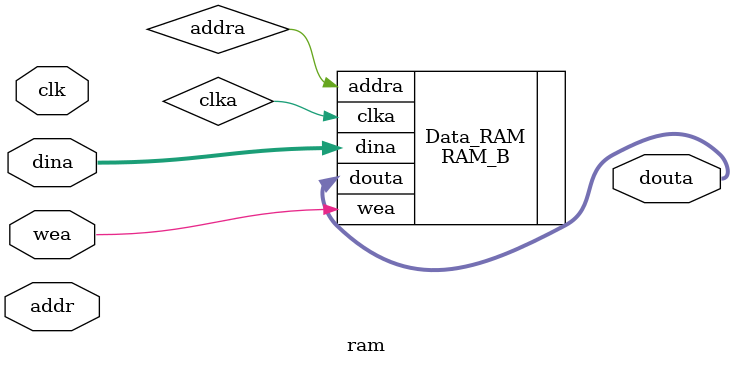
<source format=v>
`timescale 1ns / 1ps
module ram(clk,wea,addr,dina,douta);
	input clk;
	input [0:0] wea;
	input [7:2] addr;
	input [31:0] dina;
	output [31:0] douta;
	
	RAM_B Data_RAM (
  .clka(clka), // input clka
  .wea(wea), // input [0 : 0] wea
  .addra(addra), // input [3 : 0] addra
  .dina(dina), // input [31 : 0] dina
  .douta(douta) // output [31 : 0] douta
);
	

endmodule
</source>
